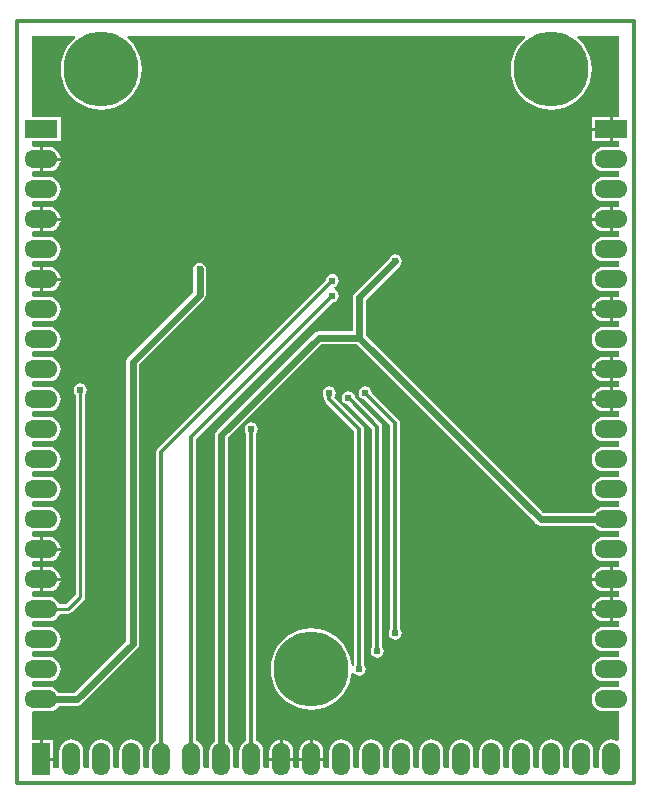
<source format=gbl>
G04*
G04 #@! TF.GenerationSoftware,Altium Limited,Altium Designer,19.0.12 (326)*
G04*
G04 Layer_Physical_Order=2*
G04 Layer_Color=16711680*
%FSLAX25Y25*%
%MOIN*%
G70*
G01*
G75*
%ADD12C,0.01181*%
%ADD14C,0.01000*%
%ADD34C,0.02200*%
%ADD35C,0.01200*%
%ADD36C,0.25000*%
%ADD37R,0.11000X0.06000*%
%ADD38O,0.11000X0.06000*%
%ADD39R,0.06000X0.11000*%
%ADD40O,0.06000X0.11000*%
%ADD41C,0.03400*%
%ADD42C,0.02400*%
G36*
X200457Y222000D02*
X198500D01*
Y218000D01*
Y214000D01*
X200457D01*
Y212035D01*
X195500D01*
X194456Y211897D01*
X193483Y211494D01*
X192647Y210853D01*
X192006Y210017D01*
X191603Y209044D01*
X191465Y208000D01*
X191603Y206956D01*
X192006Y205983D01*
X192647Y205147D01*
X193483Y204506D01*
X194456Y204103D01*
X195500Y203965D01*
X200457D01*
Y202034D01*
X195500D01*
X194456Y201897D01*
X193483Y201494D01*
X192647Y200853D01*
X192006Y200017D01*
X191603Y199044D01*
X191465Y198000D01*
X191603Y196956D01*
X192006Y195983D01*
X192647Y195147D01*
X193483Y194506D01*
X194456Y194103D01*
X195500Y193965D01*
X200457D01*
Y192034D01*
X198500D01*
Y188000D01*
Y183966D01*
X200457D01*
Y182035D01*
X195500D01*
X194456Y181897D01*
X193483Y181494D01*
X192647Y180853D01*
X192006Y180017D01*
X191603Y179044D01*
X191465Y178000D01*
X191603Y176956D01*
X192006Y175983D01*
X192647Y175147D01*
X193483Y174506D01*
X194456Y174103D01*
X195500Y173966D01*
X200457D01*
Y172035D01*
X195500D01*
X194456Y171897D01*
X193483Y171494D01*
X192647Y170853D01*
X192006Y170017D01*
X191603Y169044D01*
X191465Y168000D01*
X191603Y166956D01*
X192006Y165983D01*
X192647Y165147D01*
X193483Y164506D01*
X194456Y164103D01*
X195500Y163965D01*
X200457D01*
Y162034D01*
X198500D01*
Y158000D01*
Y153965D01*
X200457D01*
Y152034D01*
X195500D01*
X194456Y151897D01*
X193483Y151494D01*
X192647Y150853D01*
X192006Y150017D01*
X191603Y149044D01*
X191465Y148000D01*
X191603Y146956D01*
X192006Y145983D01*
X192647Y145147D01*
X193483Y144506D01*
X194456Y144103D01*
X195500Y143965D01*
X200457D01*
Y142034D01*
X198500D01*
Y138000D01*
Y133966D01*
X200457D01*
Y132035D01*
X198500D01*
Y128000D01*
Y123966D01*
X200457D01*
Y122035D01*
X195500D01*
X194456Y121897D01*
X193483Y121494D01*
X192647Y120853D01*
X192006Y120017D01*
X191603Y119044D01*
X191465Y118000D01*
X191603Y116956D01*
X192006Y115983D01*
X192647Y115147D01*
X193483Y114506D01*
X194456Y114103D01*
X195500Y113965D01*
X200457D01*
Y112034D01*
X195500D01*
X194456Y111897D01*
X193483Y111494D01*
X192647Y110853D01*
X192006Y110017D01*
X191603Y109044D01*
X191465Y108000D01*
X191603Y106956D01*
X192006Y105983D01*
X192647Y105147D01*
X193483Y104506D01*
X194456Y104103D01*
X195500Y103965D01*
X200457D01*
Y102034D01*
X195500D01*
X194456Y101897D01*
X193483Y101494D01*
X192647Y100853D01*
X192006Y100017D01*
X191603Y99044D01*
X191465Y98000D01*
X191603Y96956D01*
X192006Y95983D01*
X192647Y95147D01*
X193483Y94506D01*
X194456Y94103D01*
X195500Y93966D01*
X200457D01*
Y92035D01*
X195500D01*
X194456Y91897D01*
X193483Y91494D01*
X192647Y90853D01*
X192101Y90141D01*
X175387D01*
X116141Y149387D01*
Y161113D01*
X127152Y172124D01*
X127586Y172414D01*
X128072Y173142D01*
X128243Y174000D01*
X128072Y174858D01*
X127586Y175586D01*
X126858Y176072D01*
X126000Y176243D01*
X125142Y176072D01*
X124414Y175586D01*
X124124Y175152D01*
X112486Y163514D01*
X112022Y162819D01*
X111859Y162000D01*
Y150641D01*
X100500D01*
X99681Y150478D01*
X98986Y150014D01*
X66486Y117514D01*
X66022Y116819D01*
X65859Y116000D01*
Y13899D01*
X65147Y13353D01*
X64506Y12517D01*
X64103Y11544D01*
X63965Y10500D01*
Y5500D01*
X63966Y5494D01*
X63571Y5043D01*
X62429D01*
X62034Y5494D01*
X62034Y5500D01*
Y10500D01*
X61897Y11544D01*
X61494Y12517D01*
X60853Y13353D01*
X60017Y13994D01*
X59631Y14154D01*
Y114824D01*
X105080Y160273D01*
X105858Y160428D01*
X106586Y160914D01*
X107072Y161642D01*
X107243Y162500D01*
X107072Y163358D01*
X106586Y164086D01*
X105858Y164572D01*
X105504Y165255D01*
X105544Y165365D01*
X105858Y165428D01*
X106586Y165914D01*
X107072Y166642D01*
X107243Y167500D01*
X107072Y168358D01*
X106586Y169086D01*
X105858Y169572D01*
X105000Y169743D01*
X104142Y169572D01*
X103414Y169086D01*
X102928Y168358D01*
X102773Y167580D01*
X46847Y111653D01*
X46493Y111124D01*
X46369Y110500D01*
Y14154D01*
X45983Y13994D01*
X45147Y13353D01*
X44506Y12517D01*
X44103Y11544D01*
X43966Y10500D01*
Y5500D01*
X43966Y5494D01*
X43571Y5043D01*
X42429D01*
X42034Y5494D01*
X42035Y5500D01*
Y10500D01*
X41897Y11544D01*
X41494Y12517D01*
X40853Y13353D01*
X40017Y13994D01*
X39044Y14397D01*
X38000Y14535D01*
X36956Y14397D01*
X35983Y13994D01*
X35147Y13353D01*
X34506Y12517D01*
X34103Y11544D01*
X33966Y10500D01*
Y5500D01*
X33966Y5494D01*
X33571Y5043D01*
X32429D01*
X32034Y5494D01*
X32035Y5500D01*
Y10500D01*
X31897Y11544D01*
X31494Y12517D01*
X30853Y13353D01*
X30017Y13994D01*
X29044Y14397D01*
X28000Y14535D01*
X26956Y14397D01*
X25983Y13994D01*
X25147Y13353D01*
X24506Y12517D01*
X24103Y11544D01*
X23966Y10500D01*
Y5500D01*
X23966Y5494D01*
X23571Y5043D01*
X22429D01*
X22034Y5494D01*
X22035Y5500D01*
Y10500D01*
X21897Y11544D01*
X21494Y12517D01*
X20853Y13353D01*
X20017Y13994D01*
X19044Y14397D01*
X18000Y14535D01*
X16956Y14397D01*
X15983Y13994D01*
X15147Y13353D01*
X14506Y12517D01*
X14103Y11544D01*
X13965Y10500D01*
Y5500D01*
X13966Y5494D01*
X13571Y5043D01*
X12000D01*
Y7500D01*
X8000D01*
Y8000D01*
X7500D01*
Y14500D01*
X5043D01*
Y23571D01*
X5494Y23966D01*
X5500Y23966D01*
X10500D01*
X11544Y24103D01*
X12517Y24506D01*
X13353Y25147D01*
X13899Y25859D01*
X20000D01*
X20819Y26022D01*
X21514Y26486D01*
X40014Y44986D01*
X40478Y45681D01*
X40641Y46500D01*
Y139613D01*
X62270Y161242D01*
X62734Y161936D01*
X62897Y162756D01*
Y170731D01*
X62999Y171244D01*
X62828Y172102D01*
X62342Y172830D01*
X61614Y173316D01*
X60756Y173487D01*
X59898Y173316D01*
X59170Y172830D01*
X58684Y172102D01*
X58513Y171244D01*
X58615Y170731D01*
Y163643D01*
X36986Y142014D01*
X36522Y141319D01*
X36359Y140500D01*
Y47387D01*
X19113Y30141D01*
X13899D01*
X13353Y30853D01*
X12517Y31494D01*
X11544Y31897D01*
X10500Y32035D01*
X5500D01*
X5494Y32034D01*
X5043Y32429D01*
Y33571D01*
X5494Y33966D01*
X5500Y33966D01*
X10500D01*
X11544Y34103D01*
X12517Y34506D01*
X13353Y35147D01*
X13994Y35983D01*
X14397Y36956D01*
X14535Y38000D01*
X14397Y39044D01*
X13994Y40017D01*
X13353Y40853D01*
X12517Y41494D01*
X11544Y41897D01*
X10500Y42035D01*
X5500D01*
X5494Y42034D01*
X5043Y42429D01*
Y43571D01*
X5494Y43966D01*
X5500Y43966D01*
X10500D01*
X11544Y44103D01*
X12517Y44506D01*
X13353Y45147D01*
X13994Y45983D01*
X14397Y46956D01*
X14535Y48000D01*
X14397Y49044D01*
X13994Y50017D01*
X13353Y50853D01*
X12517Y51494D01*
X11544Y51897D01*
X10500Y52034D01*
X5500D01*
X5494Y52034D01*
X5043Y52429D01*
Y53571D01*
X5494Y53966D01*
X5500Y53966D01*
X10500D01*
X11544Y54103D01*
X12517Y54506D01*
X13353Y55147D01*
X13994Y55983D01*
X14196Y56471D01*
X17000D01*
X17585Y56587D01*
X18081Y56919D01*
X22081Y60919D01*
X22413Y61415D01*
X22529Y62000D01*
Y129376D01*
X22586Y129414D01*
X23072Y130142D01*
X23243Y131000D01*
X23072Y131858D01*
X22586Y132586D01*
X21858Y133072D01*
X21000Y133243D01*
X20142Y133072D01*
X19414Y132586D01*
X18928Y131858D01*
X18757Y131000D01*
X18928Y130142D01*
X19414Y129414D01*
X19471Y129376D01*
Y62634D01*
X16366Y59529D01*
X14196D01*
X13994Y60017D01*
X13353Y60853D01*
X12517Y61494D01*
X11544Y61897D01*
X10500Y62034D01*
X5500D01*
X5494Y62034D01*
X5043Y62429D01*
Y63571D01*
X5494Y63966D01*
X5500Y63965D01*
X7500D01*
Y68000D01*
Y72035D01*
X5500D01*
X5494Y72034D01*
X5043Y72429D01*
Y73571D01*
X5494Y73966D01*
X5500Y73966D01*
X7500D01*
Y78000D01*
Y82034D01*
X5500D01*
X5494Y82034D01*
X5043Y82429D01*
Y83571D01*
X5494Y83966D01*
X5500Y83965D01*
X10500D01*
X11544Y84103D01*
X12517Y84506D01*
X13353Y85147D01*
X13994Y85983D01*
X14397Y86956D01*
X14535Y88000D01*
X14397Y89044D01*
X13994Y90017D01*
X13353Y90853D01*
X12517Y91494D01*
X11544Y91897D01*
X10500Y92035D01*
X5500D01*
X5494Y92034D01*
X5043Y92429D01*
Y93571D01*
X5494Y93966D01*
X5500Y93966D01*
X10500D01*
X11544Y94103D01*
X12517Y94506D01*
X13353Y95147D01*
X13994Y95983D01*
X14397Y96956D01*
X14535Y98000D01*
X14397Y99044D01*
X13994Y100017D01*
X13353Y100853D01*
X12517Y101494D01*
X11544Y101897D01*
X10500Y102034D01*
X5500D01*
X5494Y102034D01*
X5043Y102429D01*
Y103571D01*
X5494Y103966D01*
X5500Y103965D01*
X10500D01*
X11544Y104103D01*
X12517Y104506D01*
X13353Y105147D01*
X13994Y105983D01*
X14397Y106956D01*
X14535Y108000D01*
X14397Y109044D01*
X13994Y110017D01*
X13353Y110853D01*
X12517Y111494D01*
X11544Y111897D01*
X10500Y112034D01*
X5500D01*
X5494Y112034D01*
X5043Y112429D01*
Y113571D01*
X5494Y113966D01*
X5500Y113965D01*
X10500D01*
X11544Y114103D01*
X12517Y114506D01*
X13353Y115147D01*
X13994Y115983D01*
X14397Y116956D01*
X14535Y118000D01*
X14397Y119044D01*
X13994Y120017D01*
X13353Y120853D01*
X12517Y121494D01*
X11544Y121897D01*
X10500Y122035D01*
X5500D01*
X5494Y122034D01*
X5043Y122429D01*
Y123571D01*
X5494Y123966D01*
X5500Y123966D01*
X10500D01*
X11544Y124103D01*
X12517Y124506D01*
X13353Y125147D01*
X13994Y125983D01*
X14397Y126956D01*
X14535Y128000D01*
X14397Y129044D01*
X13994Y130017D01*
X13353Y130853D01*
X12517Y131494D01*
X11544Y131897D01*
X10500Y132035D01*
X5500D01*
X5494Y132034D01*
X5043Y132429D01*
Y133571D01*
X5494Y133966D01*
X5500Y133966D01*
X10500D01*
X11544Y134103D01*
X12517Y134506D01*
X13353Y135147D01*
X13994Y135983D01*
X14397Y136956D01*
X14535Y138000D01*
X14397Y139044D01*
X13994Y140017D01*
X13353Y140853D01*
X12517Y141494D01*
X11544Y141897D01*
X10500Y142034D01*
X5500D01*
X5494Y142034D01*
X5043Y142429D01*
Y143571D01*
X5494Y143966D01*
X5500Y143965D01*
X10500D01*
X11544Y144103D01*
X12517Y144506D01*
X13353Y145147D01*
X13994Y145983D01*
X14397Y146956D01*
X14535Y148000D01*
X14397Y149044D01*
X13994Y150017D01*
X13353Y150853D01*
X12517Y151494D01*
X11544Y151897D01*
X10500Y152034D01*
X5500D01*
X5494Y152034D01*
X5043Y152429D01*
Y153571D01*
X5494Y153966D01*
X5500Y153965D01*
X10500D01*
X11544Y154103D01*
X12517Y154506D01*
X13353Y155147D01*
X13994Y155983D01*
X14397Y156956D01*
X14535Y158000D01*
X14397Y159044D01*
X13994Y160017D01*
X13353Y160853D01*
X12517Y161494D01*
X11544Y161897D01*
X10500Y162034D01*
X5500D01*
X5494Y162034D01*
X5043Y162429D01*
Y163571D01*
X5494Y163966D01*
X5500Y163965D01*
X7500D01*
Y168000D01*
Y172035D01*
X5500D01*
X5494Y172034D01*
X5043Y172429D01*
Y173571D01*
X5494Y173966D01*
X5500Y173966D01*
X10500D01*
X11544Y174103D01*
X12517Y174506D01*
X13353Y175147D01*
X13994Y175983D01*
X14397Y176956D01*
X14535Y178000D01*
X14397Y179044D01*
X13994Y180017D01*
X13353Y180853D01*
X12517Y181494D01*
X11544Y181897D01*
X10500Y182035D01*
X5500D01*
X5494Y182034D01*
X5043Y182429D01*
Y183571D01*
X5494Y183966D01*
X5500Y183966D01*
X7500D01*
Y188000D01*
Y192034D01*
X5500D01*
X5494Y192034D01*
X5043Y192429D01*
Y193571D01*
X5494Y193966D01*
X5500Y193965D01*
X10500D01*
X11544Y194103D01*
X12517Y194506D01*
X13353Y195147D01*
X13994Y195983D01*
X14397Y196956D01*
X14535Y198000D01*
X14397Y199044D01*
X13994Y200017D01*
X13353Y200853D01*
X12517Y201494D01*
X11544Y201897D01*
X10500Y202034D01*
X5500D01*
X5494Y202034D01*
X5043Y202429D01*
Y203571D01*
X5494Y203966D01*
X5500Y203965D01*
X7500D01*
Y208000D01*
Y212035D01*
X5500D01*
X5494Y212034D01*
X5043Y212429D01*
Y214000D01*
X14500D01*
Y222000D01*
X5043D01*
Y248957D01*
X19118D01*
X19340Y248357D01*
X18425Y247575D01*
X17044Y245960D01*
X15934Y244148D01*
X15121Y242185D01*
X14625Y240118D01*
X14458Y238000D01*
X14625Y235882D01*
X15121Y233815D01*
X15934Y231852D01*
X17044Y230040D01*
X18425Y228425D01*
X20040Y227045D01*
X21852Y225934D01*
X23815Y225121D01*
X25882Y224625D01*
X28000Y224458D01*
X30118Y224625D01*
X32185Y225121D01*
X34148Y225934D01*
X35960Y227045D01*
X37576Y228425D01*
X38956Y230040D01*
X40066Y231852D01*
X40879Y233815D01*
X41375Y235882D01*
X41542Y238000D01*
X41375Y240118D01*
X40879Y242185D01*
X40066Y244148D01*
X38956Y245960D01*
X37576Y247575D01*
X36661Y248357D01*
X36882Y248957D01*
X169118D01*
X169340Y248357D01*
X168424Y247575D01*
X167044Y245960D01*
X165934Y244148D01*
X165121Y242185D01*
X164625Y240118D01*
X164458Y238000D01*
X164625Y235882D01*
X165121Y233815D01*
X165934Y231852D01*
X167044Y230040D01*
X168424Y228425D01*
X170040Y227045D01*
X171852Y225934D01*
X173815Y225121D01*
X175882Y224625D01*
X178000Y224458D01*
X180118Y224625D01*
X182185Y225121D01*
X184148Y225934D01*
X185960Y227045D01*
X187575Y228425D01*
X188955Y230040D01*
X190066Y231852D01*
X190879Y233815D01*
X191375Y235882D01*
X191542Y238000D01*
X191375Y240118D01*
X190879Y242185D01*
X190066Y244148D01*
X188955Y245960D01*
X187575Y247575D01*
X186661Y248357D01*
X186882Y248957D01*
X200457D01*
Y222000D01*
D02*
G37*
G36*
X172986Y86486D02*
X173681Y86022D01*
X174500Y85859D01*
X192101D01*
X192647Y85147D01*
X193483Y84506D01*
X194456Y84103D01*
X195500Y83965D01*
X200457D01*
Y82034D01*
X195500D01*
X194456Y81897D01*
X193483Y81494D01*
X192647Y80853D01*
X192006Y80017D01*
X191603Y79044D01*
X191465Y78000D01*
X191603Y76956D01*
X192006Y75983D01*
X192647Y75147D01*
X193483Y74506D01*
X194456Y74103D01*
X195500Y73966D01*
X200457D01*
Y72035D01*
X198500D01*
Y68000D01*
Y63965D01*
X200457D01*
Y62034D01*
X198500D01*
Y58000D01*
Y53966D01*
X200457D01*
Y52034D01*
X195500D01*
X194456Y51897D01*
X193483Y51494D01*
X192647Y50853D01*
X192006Y50017D01*
X191603Y49044D01*
X191465Y48000D01*
X191603Y46956D01*
X192006Y45983D01*
X192647Y45147D01*
X193483Y44506D01*
X194456Y44103D01*
X195500Y43966D01*
X200457D01*
Y42035D01*
X195500D01*
X194456Y41897D01*
X193483Y41494D01*
X192647Y40853D01*
X192006Y40017D01*
X191603Y39044D01*
X191465Y38000D01*
X191603Y36956D01*
X192006Y35983D01*
X192647Y35147D01*
X193483Y34506D01*
X194456Y34103D01*
X195500Y33966D01*
X200457D01*
Y32035D01*
X195500D01*
X194456Y31897D01*
X193483Y31494D01*
X192647Y30853D01*
X192006Y30017D01*
X191603Y29044D01*
X191465Y28000D01*
X191603Y26956D01*
X192006Y25983D01*
X192647Y25147D01*
X193483Y24506D01*
X194456Y24103D01*
X195500Y23966D01*
X200457D01*
Y14338D01*
X199857Y14060D01*
X199044Y14397D01*
X198000Y14535D01*
X196956Y14397D01*
X195983Y13994D01*
X195147Y13353D01*
X194506Y12517D01*
X194103Y11544D01*
X193965Y10500D01*
Y5500D01*
X193966Y5494D01*
X193571Y5043D01*
X192429D01*
X192034Y5494D01*
X192034Y5500D01*
Y10500D01*
X191897Y11544D01*
X191494Y12517D01*
X190853Y13353D01*
X190017Y13994D01*
X189044Y14397D01*
X188000Y14535D01*
X186956Y14397D01*
X185983Y13994D01*
X185147Y13353D01*
X184506Y12517D01*
X184103Y11544D01*
X183966Y10500D01*
Y5500D01*
X183966Y5494D01*
X183571Y5043D01*
X182429D01*
X182034Y5494D01*
X182035Y5500D01*
Y10500D01*
X181897Y11544D01*
X181494Y12517D01*
X180853Y13353D01*
X180017Y13994D01*
X179044Y14397D01*
X178000Y14535D01*
X176956Y14397D01*
X175983Y13994D01*
X175147Y13353D01*
X174506Y12517D01*
X174103Y11544D01*
X173966Y10500D01*
Y5500D01*
X173966Y5494D01*
X173571Y5043D01*
X172429D01*
X172034Y5494D01*
X172035Y5500D01*
Y10500D01*
X171897Y11544D01*
X171494Y12517D01*
X170853Y13353D01*
X170017Y13994D01*
X169044Y14397D01*
X168000Y14535D01*
X166956Y14397D01*
X165983Y13994D01*
X165147Y13353D01*
X164506Y12517D01*
X164103Y11544D01*
X163965Y10500D01*
Y5500D01*
X163966Y5494D01*
X163571Y5043D01*
X162429D01*
X162034Y5494D01*
X162034Y5500D01*
Y10500D01*
X161897Y11544D01*
X161494Y12517D01*
X160853Y13353D01*
X160017Y13994D01*
X159044Y14397D01*
X158000Y14535D01*
X156956Y14397D01*
X155983Y13994D01*
X155147Y13353D01*
X154506Y12517D01*
X154103Y11544D01*
X153965Y10500D01*
Y5500D01*
X153966Y5494D01*
X153571Y5043D01*
X152429D01*
X152034Y5494D01*
X152034Y5500D01*
Y10500D01*
X151897Y11544D01*
X151494Y12517D01*
X150853Y13353D01*
X150017Y13994D01*
X149044Y14397D01*
X148000Y14535D01*
X146956Y14397D01*
X145983Y13994D01*
X145147Y13353D01*
X144506Y12517D01*
X144103Y11544D01*
X143965Y10500D01*
Y5500D01*
X143966Y5494D01*
X143571Y5043D01*
X142429D01*
X142034Y5494D01*
X142034Y5500D01*
Y10500D01*
X141897Y11544D01*
X141494Y12517D01*
X140853Y13353D01*
X140017Y13994D01*
X139044Y14397D01*
X138000Y14535D01*
X136956Y14397D01*
X135983Y13994D01*
X135147Y13353D01*
X134506Y12517D01*
X134103Y11544D01*
X133966Y10500D01*
Y5500D01*
X133966Y5494D01*
X133571Y5043D01*
X132429D01*
X132034Y5494D01*
X132035Y5500D01*
Y10500D01*
X131897Y11544D01*
X131494Y12517D01*
X130853Y13353D01*
X130017Y13994D01*
X129044Y14397D01*
X128000Y14535D01*
X126956Y14397D01*
X125983Y13994D01*
X125147Y13353D01*
X124506Y12517D01*
X124103Y11544D01*
X123966Y10500D01*
Y5500D01*
X123966Y5494D01*
X123571Y5043D01*
X122429D01*
X122034Y5494D01*
X122035Y5500D01*
Y10500D01*
X121897Y11544D01*
X121494Y12517D01*
X120853Y13353D01*
X120017Y13994D01*
X119044Y14397D01*
X118000Y14535D01*
X116956Y14397D01*
X115983Y13994D01*
X115147Y13353D01*
X114506Y12517D01*
X114103Y11544D01*
X113965Y10500D01*
Y5500D01*
X113966Y5494D01*
X113571Y5043D01*
X112429D01*
X112034Y5494D01*
X112034Y5500D01*
Y10500D01*
X111897Y11544D01*
X111494Y12517D01*
X110853Y13353D01*
X110017Y13994D01*
X109044Y14397D01*
X108000Y14535D01*
X106956Y14397D01*
X105983Y13994D01*
X105147Y13353D01*
X104506Y12517D01*
X104103Y11544D01*
X103965Y10500D01*
Y5500D01*
X103966Y5494D01*
X103571Y5043D01*
X102429D01*
X102034Y5494D01*
X102034Y5500D01*
Y7500D01*
X98000D01*
X93966D01*
Y5500D01*
X93966Y5494D01*
X93571Y5043D01*
X92429D01*
X92034Y5494D01*
X92035Y5500D01*
Y7500D01*
X88000D01*
X83965D01*
Y5500D01*
X83966Y5494D01*
X83571Y5043D01*
X82429D01*
X82034Y5494D01*
X82034Y5500D01*
Y10500D01*
X81897Y11544D01*
X81494Y12517D01*
X80853Y13353D01*
X80017Y13994D01*
X79631Y14154D01*
Y116482D01*
X80072Y117142D01*
X80243Y118000D01*
X80072Y118858D01*
X79586Y119586D01*
X78858Y120072D01*
X78000Y120243D01*
X77142Y120072D01*
X76414Y119586D01*
X75928Y118858D01*
X75757Y118000D01*
X75928Y117142D01*
X76369Y116482D01*
Y14154D01*
X75983Y13994D01*
X75147Y13353D01*
X74506Y12517D01*
X74103Y11544D01*
X73966Y10500D01*
Y5500D01*
X73966Y5494D01*
X73571Y5043D01*
X72429D01*
X72034Y5494D01*
X72035Y5500D01*
Y10500D01*
X71897Y11544D01*
X71494Y12517D01*
X70853Y13353D01*
X70141Y13899D01*
Y115113D01*
X101387Y146359D01*
X113113D01*
X172986Y86486D01*
D02*
G37*
%LPC*%
G36*
X197500Y222000D02*
X191500D01*
Y218500D01*
X197500D01*
Y222000D01*
D02*
G37*
G36*
Y217500D02*
X191500D01*
Y214000D01*
X197500D01*
Y217500D01*
D02*
G37*
G36*
X10500Y212035D02*
X8500D01*
Y208500D01*
X14469D01*
X14397Y209044D01*
X13994Y210017D01*
X13353Y210853D01*
X12517Y211494D01*
X11544Y211897D01*
X10500Y212035D01*
D02*
G37*
G36*
X14469Y207500D02*
X8500D01*
Y203965D01*
X10500D01*
X11544Y204103D01*
X12517Y204506D01*
X13353Y205147D01*
X13994Y205983D01*
X14397Y206956D01*
X14469Y207500D01*
D02*
G37*
G36*
X197500Y192034D02*
X195500D01*
X194456Y191897D01*
X193483Y191494D01*
X192647Y190853D01*
X192006Y190017D01*
X191603Y189044D01*
X191531Y188500D01*
X197500D01*
Y192034D01*
D02*
G37*
G36*
X10500D02*
X8500D01*
Y188500D01*
X14469D01*
X14397Y189044D01*
X13994Y190017D01*
X13353Y190853D01*
X12517Y191494D01*
X11544Y191897D01*
X10500Y192034D01*
D02*
G37*
G36*
X197500Y187500D02*
X191531D01*
X191603Y186956D01*
X192006Y185983D01*
X192647Y185147D01*
X193483Y184506D01*
X194456Y184103D01*
X195500Y183966D01*
X197500D01*
Y187500D01*
D02*
G37*
G36*
X14469D02*
X8500D01*
Y183966D01*
X10500D01*
X11544Y184103D01*
X12517Y184506D01*
X13353Y185147D01*
X13994Y185983D01*
X14397Y186956D01*
X14469Y187500D01*
D02*
G37*
G36*
X10500Y172035D02*
X8500D01*
Y168500D01*
X14469D01*
X14397Y169044D01*
X13994Y170017D01*
X13353Y170853D01*
X12517Y171494D01*
X11544Y171897D01*
X10500Y172035D01*
D02*
G37*
G36*
X14469Y167500D02*
X8500D01*
Y163965D01*
X10500D01*
X11544Y164103D01*
X12517Y164506D01*
X13353Y165147D01*
X13994Y165983D01*
X14397Y166956D01*
X14469Y167500D01*
D02*
G37*
G36*
X197500Y162034D02*
X195500D01*
X194456Y161897D01*
X193483Y161494D01*
X192647Y160853D01*
X192006Y160017D01*
X191603Y159044D01*
X191531Y158500D01*
X197500D01*
Y162034D01*
D02*
G37*
G36*
Y157500D02*
X191531D01*
X191603Y156956D01*
X192006Y155983D01*
X192647Y155147D01*
X193483Y154506D01*
X194456Y154103D01*
X195500Y153965D01*
X197500D01*
Y157500D01*
D02*
G37*
G36*
Y142034D02*
X195500D01*
X194456Y141897D01*
X193483Y141494D01*
X192647Y140853D01*
X192006Y140017D01*
X191603Y139044D01*
X191531Y138500D01*
X197500D01*
Y142034D01*
D02*
G37*
G36*
Y137500D02*
X191531D01*
X191603Y136956D01*
X192006Y135983D01*
X192647Y135147D01*
X193483Y134506D01*
X194456Y134103D01*
X195500Y133966D01*
X197500D01*
Y137500D01*
D02*
G37*
G36*
Y132035D02*
X195500D01*
X194456Y131897D01*
X193483Y131494D01*
X192647Y130853D01*
X192006Y130017D01*
X191603Y129044D01*
X191531Y128500D01*
X197500D01*
Y132035D01*
D02*
G37*
G36*
Y127500D02*
X191531D01*
X191603Y126956D01*
X192006Y125983D01*
X192647Y125147D01*
X193483Y124506D01*
X194456Y124103D01*
X195500Y123966D01*
X197500D01*
Y127500D01*
D02*
G37*
G36*
X10500Y82034D02*
X8500D01*
Y78500D01*
X14469D01*
X14397Y79044D01*
X13994Y80017D01*
X13353Y80853D01*
X12517Y81494D01*
X11544Y81897D01*
X10500Y82034D01*
D02*
G37*
G36*
X14469Y77500D02*
X8500D01*
Y73966D01*
X10500D01*
X11544Y74103D01*
X12517Y74506D01*
X13353Y75147D01*
X13994Y75983D01*
X14397Y76956D01*
X14469Y77500D01*
D02*
G37*
G36*
X10500Y72035D02*
X8500D01*
Y68500D01*
X14469D01*
X14397Y69044D01*
X13994Y70017D01*
X13353Y70853D01*
X12517Y71494D01*
X11544Y71897D01*
X10500Y72035D01*
D02*
G37*
G36*
X14469Y67500D02*
X8500D01*
Y63965D01*
X10500D01*
X11544Y64103D01*
X12517Y64506D01*
X13353Y65147D01*
X13994Y65983D01*
X14397Y66956D01*
X14469Y67500D01*
D02*
G37*
G36*
X12000Y14500D02*
X8500D01*
Y8500D01*
X12000D01*
Y14500D01*
D02*
G37*
G36*
X197500Y72035D02*
X195500D01*
X194456Y71897D01*
X193483Y71494D01*
X192647Y70853D01*
X192006Y70017D01*
X191603Y69044D01*
X191531Y68500D01*
X197500D01*
Y72035D01*
D02*
G37*
G36*
Y67500D02*
X191531D01*
X191603Y66956D01*
X192006Y65983D01*
X192647Y65147D01*
X193483Y64506D01*
X194456Y64103D01*
X195500Y63965D01*
X197500D01*
Y67500D01*
D02*
G37*
G36*
Y62034D02*
X195500D01*
X194456Y61897D01*
X193483Y61494D01*
X192647Y60853D01*
X192006Y60017D01*
X191603Y59044D01*
X191531Y58500D01*
X197500D01*
Y62034D01*
D02*
G37*
G36*
Y57500D02*
X191531D01*
X191603Y56956D01*
X192006Y55983D01*
X192647Y55147D01*
X193483Y54506D01*
X194456Y54103D01*
X195500Y53966D01*
X197500D01*
Y57500D01*
D02*
G37*
G36*
X116000Y132243D02*
X115142Y132072D01*
X114414Y131586D01*
X113928Y130858D01*
X113757Y130000D01*
X113928Y129142D01*
X114414Y128414D01*
X115142Y127928D01*
X115920Y127773D01*
X124369Y119324D01*
Y51518D01*
X123928Y50858D01*
X123757Y50000D01*
X123928Y49142D01*
X124414Y48414D01*
X125142Y47928D01*
X126000Y47757D01*
X126858Y47928D01*
X127586Y48414D01*
X128072Y49142D01*
X128243Y50000D01*
X128072Y50858D01*
X127631Y51518D01*
Y120000D01*
X127631Y120000D01*
X127507Y120624D01*
X127154Y121153D01*
X118227Y130080D01*
X118072Y130858D01*
X117586Y131586D01*
X116858Y132072D01*
X116000Y132243D01*
D02*
G37*
G36*
X110374Y130617D02*
X109516Y130446D01*
X108788Y129960D01*
X108302Y129232D01*
X108131Y128374D01*
X108302Y127516D01*
X108788Y126788D01*
X109516Y126302D01*
X110294Y126147D01*
X118369Y118072D01*
Y45518D01*
X117928Y44858D01*
X117757Y44000D01*
X117928Y43142D01*
X118414Y42414D01*
X119142Y41928D01*
X120000Y41757D01*
X120858Y41928D01*
X121586Y42414D01*
X122072Y43142D01*
X122243Y44000D01*
X122072Y44858D01*
X121631Y45518D01*
Y118748D01*
X121507Y119372D01*
X121153Y119902D01*
X112601Y128454D01*
X112446Y129232D01*
X111960Y129960D01*
X111232Y130446D01*
X110374Y130617D01*
D02*
G37*
G36*
X104000Y132243D02*
X103142Y132072D01*
X102414Y131586D01*
X101928Y130858D01*
X101757Y130000D01*
X101928Y129142D01*
X102369Y128482D01*
Y128000D01*
X102493Y127376D01*
X102847Y126847D01*
X112369Y117324D01*
Y39519D01*
X111989Y39076D01*
X111446Y39217D01*
X111375Y40118D01*
X110879Y42185D01*
X110066Y44148D01*
X108956Y45960D01*
X107576Y47576D01*
X105960Y48956D01*
X104148Y50066D01*
X102185Y50879D01*
X100118Y51375D01*
X98000Y51542D01*
X95882Y51375D01*
X93815Y50879D01*
X91852Y50066D01*
X90040Y48956D01*
X88424Y47576D01*
X87045Y45960D01*
X85934Y44148D01*
X85121Y42185D01*
X84625Y40118D01*
X84458Y38000D01*
X84625Y35882D01*
X85121Y33815D01*
X85934Y31852D01*
X87045Y30040D01*
X88424Y28425D01*
X90040Y27044D01*
X91852Y25934D01*
X93815Y25121D01*
X95882Y24625D01*
X98000Y24458D01*
X100118Y24625D01*
X102185Y25121D01*
X104148Y25934D01*
X105960Y27044D01*
X107576Y28425D01*
X108956Y30040D01*
X110066Y31852D01*
X110879Y33815D01*
X111375Y35882D01*
X111446Y36783D01*
X112060Y36943D01*
X112414Y36414D01*
X113142Y35928D01*
X114000Y35757D01*
X114858Y35928D01*
X115586Y36414D01*
X116072Y37142D01*
X116243Y38000D01*
X116072Y38858D01*
X115631Y39518D01*
Y118000D01*
X115631Y118000D01*
X115507Y118624D01*
X115154Y119153D01*
X105709Y128598D01*
X106072Y129142D01*
X106243Y130000D01*
X106072Y130858D01*
X105586Y131586D01*
X104858Y132072D01*
X104000Y132243D01*
D02*
G37*
G36*
X98500Y14469D02*
Y8500D01*
X102034D01*
Y10500D01*
X101897Y11544D01*
X101494Y12517D01*
X100853Y13353D01*
X100017Y13994D01*
X99044Y14397D01*
X98500Y14469D01*
D02*
G37*
G36*
X88500D02*
Y8500D01*
X92035D01*
Y10500D01*
X91897Y11544D01*
X91494Y12517D01*
X90853Y13353D01*
X90017Y13994D01*
X89044Y14397D01*
X88500Y14469D01*
D02*
G37*
G36*
X97500D02*
X96956Y14397D01*
X95983Y13994D01*
X95147Y13353D01*
X94506Y12517D01*
X94103Y11544D01*
X93966Y10500D01*
Y8500D01*
X97500D01*
Y14469D01*
D02*
G37*
G36*
X87500D02*
X86956Y14397D01*
X85983Y13994D01*
X85147Y13353D01*
X84506Y12517D01*
X84103Y11544D01*
X83965Y10500D01*
Y8500D01*
X87500D01*
Y14469D01*
D02*
G37*
%LPD*%
D12*
X0Y0D02*
Y254000D01*
X205500D01*
Y0D02*
Y254000D01*
X0Y0D02*
X205500D01*
D14*
X21000Y62000D02*
Y131000D01*
X17000Y58000D02*
X21000Y62000D01*
X8000Y58000D02*
X17000D01*
D34*
X60756Y162756D02*
Y171244D01*
X8000Y28000D02*
X20000D01*
X38500Y46500D01*
Y140500D01*
X60756Y162756D01*
X114000Y148500D02*
X174500Y88000D01*
X198000D01*
X114000Y148500D02*
Y162000D01*
X126000Y174000D01*
X68000Y8000D02*
Y116000D01*
X100500Y148500D01*
X114000D01*
D35*
Y38000D02*
Y118000D01*
X104000Y128000D02*
X114000Y118000D01*
X104000Y128000D02*
Y130000D01*
X126000Y50000D02*
Y120000D01*
X116000Y130000D02*
X126000Y120000D01*
X120000Y44000D02*
Y118748D01*
X110874Y127874D02*
X120000Y118748D01*
X58000Y115500D02*
X105000Y162500D01*
X58000Y8000D02*
Y115500D01*
X48000Y8000D02*
Y110500D01*
X105000Y167500D01*
X78000Y8000D02*
Y118000D01*
D36*
X98000Y38000D02*
D03*
X28000Y238000D02*
D03*
X178000D02*
D03*
D37*
X8000Y218000D02*
D03*
X198000D02*
D03*
D38*
X8000Y208000D02*
D03*
Y198000D02*
D03*
Y188000D02*
D03*
Y178000D02*
D03*
Y168000D02*
D03*
Y158000D02*
D03*
Y148000D02*
D03*
Y138000D02*
D03*
Y128000D02*
D03*
Y118000D02*
D03*
Y108000D02*
D03*
Y98000D02*
D03*
Y88000D02*
D03*
Y78000D02*
D03*
Y68000D02*
D03*
Y58000D02*
D03*
Y48000D02*
D03*
Y38000D02*
D03*
Y28000D02*
D03*
X198000Y208000D02*
D03*
Y198000D02*
D03*
Y188000D02*
D03*
Y178000D02*
D03*
Y168000D02*
D03*
Y158000D02*
D03*
Y148000D02*
D03*
Y138000D02*
D03*
Y128000D02*
D03*
Y118000D02*
D03*
Y108000D02*
D03*
Y98000D02*
D03*
Y88000D02*
D03*
Y78000D02*
D03*
Y68000D02*
D03*
Y58000D02*
D03*
Y48000D02*
D03*
Y38000D02*
D03*
Y28000D02*
D03*
D39*
X8000Y8000D02*
D03*
D40*
X18000D02*
D03*
X28000D02*
D03*
X38000D02*
D03*
X48000D02*
D03*
X58000D02*
D03*
X68000D02*
D03*
X78000D02*
D03*
X88000D02*
D03*
X98000D02*
D03*
X108000D02*
D03*
X118000D02*
D03*
X128000D02*
D03*
X138000D02*
D03*
X148000D02*
D03*
X158000D02*
D03*
X168000D02*
D03*
X178000D02*
D03*
X188000D02*
D03*
X198000D02*
D03*
D41*
X180000Y220000D02*
D03*
Y180000D02*
D03*
X190000Y160000D02*
D03*
X180000Y100000D02*
D03*
X190000Y80000D02*
D03*
X180000Y60000D02*
D03*
Y20000D02*
D03*
X160000Y220000D02*
D03*
X170000Y160000D02*
D03*
X160000Y140000D02*
D03*
X170000Y120000D02*
D03*
Y80000D02*
D03*
X160000Y60000D02*
D03*
Y20000D02*
D03*
X150000Y240000D02*
D03*
X140000Y220000D02*
D03*
X150000Y200000D02*
D03*
X140000Y180000D02*
D03*
Y140000D02*
D03*
X150000Y120000D02*
D03*
X140000Y100000D02*
D03*
X150000Y80000D02*
D03*
X140000Y60000D02*
D03*
Y20000D02*
D03*
X130000Y240000D02*
D03*
X120000Y220000D02*
D03*
X130000Y200000D02*
D03*
Y160000D02*
D03*
Y80000D02*
D03*
X120000Y20000D02*
D03*
X110000Y240000D02*
D03*
X100000Y220000D02*
D03*
X110000Y200000D02*
D03*
Y160000D02*
D03*
X100000Y100000D02*
D03*
X110000Y80000D02*
D03*
X100000Y60000D02*
D03*
Y20000D02*
D03*
X90000Y240000D02*
D03*
X80000Y220000D02*
D03*
X90000Y200000D02*
D03*
X80000Y180000D02*
D03*
X90000Y80000D02*
D03*
X70000Y240000D02*
D03*
X60000Y220000D02*
D03*
X70000Y200000D02*
D03*
Y160000D02*
D03*
X50000Y240000D02*
D03*
X40000Y220000D02*
D03*
X50000Y200000D02*
D03*
X40000Y180000D02*
D03*
Y20000D02*
D03*
X20000Y220000D02*
D03*
Y180000D02*
D03*
Y20000D02*
D03*
D42*
X126000Y174000D02*
D03*
X60756Y171244D02*
D03*
X104000Y130000D02*
D03*
X110374Y128374D02*
D03*
X116000Y130000D02*
D03*
X114000Y38000D02*
D03*
X120000Y44000D02*
D03*
X126000Y50000D02*
D03*
X21000Y131000D02*
D03*
X105000Y167500D02*
D03*
Y162500D02*
D03*
X78000Y118000D02*
D03*
M02*

</source>
